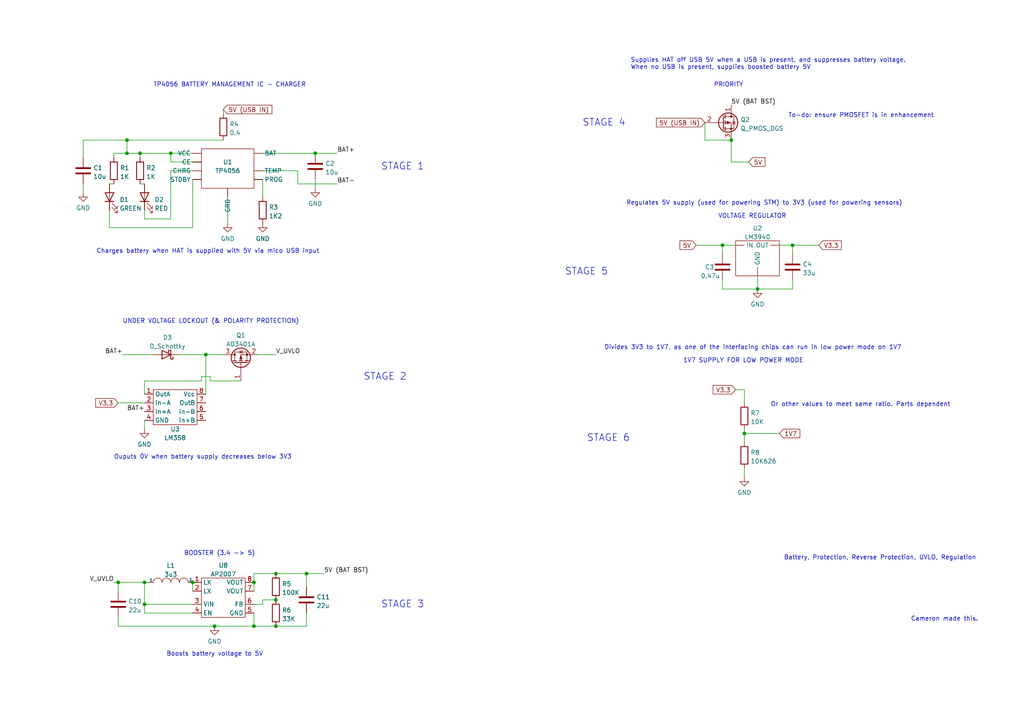
<source format=kicad_sch>
(kicad_sch (version 20211123) (generator eeschema)
  (paper "A4")
  (title_block (title "Power Subsystem") (date "2022-03-11") (rev "V0.3") (company "UCT") (comment 1 "Author: WLSCAM007"))
  (lib_symbols
    (symbol "000_MY_SYMBOLS:AP2007"
      (property "Reference" "U" (at 0 6.35 0))
      (property "Value" "AP2007" (at 0 8.89 0))
      (symbol "AP2007_0_1"
        (rectangle (start -6.35 5.08) (end 6.35 -6.35) (stroke (width 0.1524)))
      )
      (symbol "AP2007_1_1"
        (pin input line (at -8.89 3.81 0) (length 2.54) (name "LX") (number "1"))
        (pin input line (at -8.89 1.27 0) (length 2.54) (name "LX") (number "2"))
        (pin input line (at -8.89 -2.54 0) (length 2.54) (name "VIN") (number "3"))
        (pin input line (at -8.89 -5.08 0) (length 2.54) (name "EN") (number "4"))
        (pin output line (at 8.89 -5.08 180) (length 2.54) (name "GND") (number "5"))
        (pin input line (at 8.89 -2.54 180) (length 2.54) (name "FB") (number "6"))
        (pin input line (at 8.89 1.27 180) (length 2.54) (name "VOUT") (number "7"))
        (pin input line (at 8.89 3.81 180) (length 2.54) (name "VOUT") (number "8"))
      )
    )
    (symbol "000_MY_SYMBOLS:LM358"
      (property "Reference" "U" (at 0 5.08 0))
      (property "Value" "LM358" (at 0 -7.62 0))
      (symbol "LM358_0_1"
        (rectangle (start -6.35 3.81) (end 6.35 -6.35) (stroke (width 0.1524)))
      )
      (symbol "LM358_1_1"
        (pin output line (at -8.89 2.54 0) (length 2.54) (name "OutA") (number "1"))
        (pin input line (at -8.89 0 0) (length 2.54) (name "in-A") (number "2"))
        (pin input line (at -8.89 -2.54 0) (length 2.54) (name "in+A") (number "3"))
        (pin output line (at -8.89 -5.08 0) (length 2.54) (name "GND") (number "4"))
        (pin input line (at 8.89 -5.08 180) (length 2.54) (name "in+B") (number "5"))
        (pin input line (at 8.89 -2.54 180) (length 2.54) (name "in-B") (number "6"))
        (pin output line (at 8.89 0 180) (length 2.54) (name "OutB") (number "7"))
        (pin input line (at 8.89 2.54 180) (length 2.54) (name "Vcc") (number "8"))
      )
    )
    (symbol "000_MY_SYMBOLS:LM3940"
      (property "Reference" "U" (at 0 2.54 0))
      (property "Value" "LM3940" (at 0 5.08 0))
      (symbol "LM3940_0_1"
        (rectangle (start -6.35 1.27) (end 6.35 -8.89) (stroke (width 0.1524)))
      )
      (symbol "LM3940_1_1"
        (pin output line (at 0 -8.89 90) (length 2.54) (name "GND") (number ""))
        (pin input line (at -6.35 0 0) (length 2.54) (name "IN") (number ""))
        (pin output line (at 6.35 0 180) (length 2.54) (name "OUT") (number ""))
      )
    )
    (symbol "000_MY_SYMBOLS:TP4056"
      (property "Reference" "U" (at 0 1.27 0))
      (property "Value" "TP4056" (at 0 -1.27 0))
      (symbol "TP4056_0_1"
        (rectangle (start -7.62 5.08) (end 7.62 -6.35) (stroke (width 0.1524)))
      )
      (symbol "TP4056_1_1"
        (pin free line (at 7.62 3.81 0) (length 2.54) (name "BAT") (number ""))
        (pin free line (at -7.62 1.27 180) (length 2.54) (name "CE") (number ""))
        (pin free line (at -7.62 -1.27 180) (length 2.54) (name "CHRG") (number ""))
        (pin free line (at 0 -6.35 270) (length 2.54) (name "GRD") (number ""))
        (pin free line (at 7.62 -3.81 0) (length 2.54) (name "PROG") (number ""))
        (pin free line (at -7.62 -3.81 180) (length 2.54) (name "STDBY") (number ""))
        (pin free line (at 7.62 -1.27 0) (length 2.54) (name "TEMP") (number ""))
        (pin free line (at -7.62 3.81 180) (length 2.54) (name "VCC") (number ""))
      )
    )
    (symbol "Device:C" (pin_numbers hide) (pin_names (offset 0.254))
      (property "Reference" "C" (at 0.635 2.54 0))
      (property "Value" "C" (at 0.635 -2.54 0))
      (symbol "C_0_1"
        (polyline (pts (xy -2.032 -0.762) (xy 2.032 -0.762)) (stroke (width 0.508)))
        (polyline (pts (xy -2.032 0.762) (xy 2.032 0.762)) (stroke (width 0.508)))
      )
      (symbol "C_1_1"
        (pin passive line (at 0 3.81 270) (length 2.794) (name "~") (number "1"))
        (pin passive line (at 0 -3.81 90) (length 2.794) (name "~") (number "2"))
      )
    )
    (symbol "Device:D_Schottky" (pin_numbers hide) (pin_names (offset 1.016) hide)
      (property "Reference" "D" (at 0 2.54 0))
      (property "Value" "D_Schottky" (at 0 -2.54 0))
      (symbol "D_Schottky_0_1"
        (polyline (pts (xy 1.27 0) (xy -1.27 0)))
        (polyline (pts (xy 1.27 1.27) (xy 1.27 -1.27) (xy -1.27 0) (xy 1.27 1.27)) (stroke (width 0.254)))
        (polyline (pts (xy -1.905 0.635) (xy -1.905 1.27) (xy -1.27 1.27) (xy -1.27 -1.27) (xy -0.635 -1.27) (xy -0.635 -0.635)) (stroke (width 0.254)))
      )
      (symbol "D_Schottky_1_1"
        (pin passive line (at -3.81 0 0) (length 2.54) (name "K") (number "1"))
        (pin passive line (at 3.81 0 180) (length 2.54) (name "A") (number "2"))
      )
    )
    (symbol "Device:LED" (pin_numbers hide) (pin_names (offset 1.016) hide)
      (property "Reference" "D" (at 0 2.54 0))
      (property "Value" "LED" (at 0 -2.54 0))
      (symbol "LED_0_1"
        (polyline (pts (xy -1.27 -1.27) (xy -1.27 1.27)) (stroke (width 0.254)))
        (polyline (pts (xy -1.27 0) (xy 1.27 0)))
        (polyline (pts (xy 1.27 -1.27) (xy 1.27 1.27) (xy -1.27 0) (xy 1.27 -1.27)) (stroke (width 0.254)))
        (polyline (pts (xy -3.048 -0.762) (xy -4.572 -2.286) (xy -3.81 -2.286) (xy -4.572 -2.286) (xy -4.572 -1.524)))
        (polyline (pts (xy -1.778 -0.762) (xy -3.302 -2.286) (xy -2.54 -2.286) (xy -3.302 -2.286) (xy -3.302 -1.524)))
      )
      (symbol "LED_1_1"
        (pin passive line (at -3.81 0 0) (length 2.54) (name "K") (number "1"))
        (pin passive line (at 3.81 0 180) (length 2.54) (name "A") (number "2"))
      )
    )
    (symbol "Device:Q_PMOS_DGS" (pin_names (offset 0) hide)
      (property "Reference" "Q" (at 5.08 1.27 0))
      (property "Value" "Q_PMOS_DGS" (at 5.08 -1.27 0))
      (symbol "Q_PMOS_DGS_0_1"
        (polyline (pts (xy 0.254 0) (xy -2.54 0)))
        (polyline (pts (xy 0.254 1.905) (xy 0.254 -1.905)) (stroke (width 0.254)))
        (polyline (pts (xy 0.762 -1.27) (xy 0.762 -2.286)) (stroke (width 0.254)))
        (polyline (pts (xy 0.762 0.508) (xy 0.762 -0.508)) (stroke (width 0.254)))
        (polyline (pts (xy 0.762 2.286) (xy 0.762 1.27)) (stroke (width 0.254)))
        (polyline (pts (xy 2.54 2.54) (xy 2.54 1.778)))
        (polyline (pts (xy 2.54 -2.54) (xy 2.54 0) (xy 0.762 0)))
        (polyline (pts (xy 0.762 1.778) (xy 3.302 1.778) (xy 3.302 -1.778) (xy 0.762 -1.778)))
        (polyline (pts (xy 2.286 0) (xy 1.27 0.381) (xy 1.27 -0.381) (xy 2.286 0)) (fill (type outline)))
        (polyline (pts (xy 2.794 -0.508) (xy 2.921 -0.381) (xy 3.683 -0.381) (xy 3.81 -0.254)))
        (polyline (pts (xy 3.302 -0.381) (xy 2.921 0.254) (xy 3.683 0.254) (xy 3.302 -0.381)))
        (circle (center 1.651 0) (radius 2.794) (stroke (width 0.254)))
        (circle (center 2.54 -1.778) (radius 0.254) (fill (type outline)))
        (circle (center 2.54 1.778) (radius 0.254) (fill (type outline)))
      )
      (symbol "Q_PMOS_DGS_1_1"
        (pin passive line (at 2.54 5.08 270) (length 2.54) (name "D") (number "1"))
        (pin input line (at -5.08 0 0) (length 2.54) (name "G") (number "2"))
        (pin passive line (at 2.54 -5.08 90) (length 2.54) (name "S") (number "3"))
      )
    )
    (symbol "Device:R" (pin_numbers hide) (pin_names (offset 0))
      (property "Reference" "R" (at 2.032 0 90))
      (property "Value" "R" (at 0 0 90))
      (symbol "R_0_1"
        (rectangle (start -1.016 -2.54) (end 1.016 2.54) (stroke (width 0.254)))
      )
      (symbol "R_1_1"
        (pin passive line (at 0 3.81 270) (length 1.27) (name "~") (number "1"))
        (pin passive line (at 0 -3.81 90) (length 1.27) (name "~") (number "2"))
      )
    )
    (symbol "Transistor_FET:AO3401A" (pin_names hide)
      (property "Reference" "Q" (at 5.08 1.905 0))
      (property "Value" "AO3401A" (at 5.08 0 0))
      (symbol "AO3401A_0_1"
        (polyline (pts (xy 0.254 0) (xy -2.54 0)))
        (polyline (pts (xy 0.254 1.905) (xy 0.254 -1.905)) (stroke (width 0.254)))
        (polyline (pts (xy 0.762 -1.27) (xy 0.762 -2.286)) (stroke (width 0.254)))
        (polyline (pts (xy 0.762 0.508) (xy 0.762 -0.508)) (stroke (width 0.254)))
        (polyline (pts (xy 0.762 2.286) (xy 0.762 1.27)) (stroke (width 0.254)))
        (polyline (pts (xy 2.54 2.54) (xy 2.54 1.778)))
        (polyline (pts (xy 2.54 -2.54) (xy 2.54 0) (xy 0.762 0)))
        (polyline (pts (xy 0.762 1.778) (xy 3.302 1.778) (xy 3.302 -1.778) (xy 0.762 -1.778)))
        (polyline (pts (xy 2.286 0) (xy 1.27 0.381) (xy 1.27 -0.381) (xy 2.286 0)) (fill (type outline)))
        (polyline (pts (xy 2.794 -0.508) (xy 2.921 -0.381) (xy 3.683 -0.381) (xy 3.81 -0.254)))
        (polyline (pts (xy 3.302 -0.381) (xy 2.921 0.254) (xy 3.683 0.254) (xy 3.302 -0.381)))
        (circle (center 1.651 0) (radius 2.794) (stroke (width 0.254)))
        (circle (center 2.54 -1.778) (radius 0.254) (fill (type outline)))
        (circle (center 2.54 1.778) (radius 0.254) (fill (type outline)))
      )
      (symbol "AO3401A_1_1"
        (pin input line (at -5.08 0 0) (length 2.54) (name "G") (number "1"))
        (pin passive line (at 2.54 -5.08 90) (length 2.54) (name "S") (number "2"))
        (pin passive line (at 2.54 5.08 270) (length 2.54) (name "D") (number "3"))
      )
    )
    (symbol "power:GND" (power) (pin_names (offset 0))
      (property "Value" "GND" (at 0 -3.81 0))
      (symbol "GND_0_1"
        (polyline (pts (xy 0 0) (xy 0 -1.27) (xy 1.27 -1.27) (xy 0 -2.54) (xy -1.27 -1.27) (xy 0 -1.27)))
      )
      (symbol "GND_1_1"
        (pin power_in line (at 0 0 270) (length 0) hide (name "GND") (number "1"))
      )
    )
    (symbol "pspice:INDUCTOR" (pin_numbers hide) (pin_names (offset 0))
      (property "Reference" "L" (at 0 2.54 0))
      (property "Value" "INDUCTOR" (at 0 -1.27 0))
      (symbol "INDUCTOR_0_1"
        (arc (start -2.54 0) (mid -3.81 1.27) (end -5.08 0))
        (arc (start 0 0) (mid -1.27 1.27) (end -2.54 0))
        (arc (start 2.54 0) (mid 1.27 1.27) (end 0 0))
        (arc (start 5.08 0) (mid 3.81 1.27) (end 2.54 0))
      )
      (symbol "INDUCTOR_1_1"
        (pin input line (at -6.35 0 0) (length 1.27) (name "1") (number "1"))
        (pin input line (at 6.35 0 180) (length 1.27) (name "2") (number "2"))
      )
    )
  )
  (junction (at 55.88 168.91))
  (junction (at 219.71 83.82))
  (junction (at 91.44 44.45))
  (junction (at 73.66 168.91))
  (junction (at 41.91 168.91))
  (junction (at 62.23 181.61))
  (junction (at 40.64 44.45))
  (junction (at 59.69 102.87))
  (junction (at 88.9 166.37))
  (junction (at 80.01 181.61))
  (junction (at 34.29 168.91))
  (junction (at 80.01 173.99))
  (junction (at 212.09 40.64))
  (junction (at 36.83 40.64))
  (junction (at 49.53 44.45))
  (junction (at 229.87 71.12))
  (junction (at 36.83 44.45))
  (junction (at 41.91 175.26))
  (junction (at 73.66 181.61))
  (junction (at 215.9 125.73))
  (junction (at 80.01 166.37))
  (junction (at 209.55 71.12))
  (wire (pts (xy 33.02 168.91) (xy 34.29 168.91)))
  (wire (pts (xy 36.83 44.45) (xy 33.02 44.45)))
  (wire (pts (xy 31.75 66.04) (xy 55.88 66.04)))
  (wire (pts (xy 80.01 166.37) (xy 88.9 166.37)))
  (wire (pts (xy 212.09 40.64) (xy 212.09 46.99)))
  (wire (pts (xy 229.87 81.28) (xy 229.87 83.82)))
  (wire (pts (xy 73.66 177.8) (xy 73.66 181.61)))
  (wire (pts (xy 91.44 54.61) (xy 91.44 52.07)))
  (wire (pts (xy 41.91 114.3) (xy 41.91 110.49)))
  (wire (pts (xy 215.9 124.46) (xy 215.9 125.73)))
  (wire (pts (xy 24.13 40.64) (xy 24.13 45.72)))
  (wire (pts (xy 215.9 125.73) (xy 226.06 125.73)))
  (wire (pts (xy 24.13 40.64) (xy 36.83 40.64)))
  (wire (pts (xy 36.83 44.45) (xy 40.64 44.45)))
  (wire (pts (xy 24.13 53.34) (xy 24.13 55.88)))
  (wire (pts (xy 88.9 166.37) (xy 88.9 170.18)))
  (wire (pts (xy 55.88 52.07) (xy 58.42 52.07)))
  (wire (pts (xy 41.91 175.26) (xy 55.88 175.26)))
  (wire (pts (xy 49.53 46.99) (xy 49.53 44.45)))
  (wire (pts (xy 201.93 71.12) (xy 209.55 71.12)))
  (wire (pts (xy 76.2 175.26) (xy 73.66 175.26)))
  (wire (pts (xy 41.91 175.26) (xy 41.91 177.8)))
  (wire (pts (xy 41.91 168.91) (xy 43.18 168.91)))
  (wire (pts (xy 34.29 168.91) (xy 34.29 171.45)))
  (wire (pts (xy 213.36 113.03) (xy 215.9 113.03)))
  (wire (pts (xy 41.91 60.96) (xy 41.91 63.5)))
  (wire (pts (xy 204.47 40.64) (xy 212.09 40.64)))
  (wire (pts (xy 80.01 173.99) (xy 76.2 173.99)))
  (wire (pts (xy 41.91 63.5) (xy 49.53 63.5)))
  (wire (pts (xy 91.44 44.45) (xy 97.79 44.45)))
  (wire (pts (xy 204.47 35.56) (xy 204.47 40.64)))
  (wire (pts (xy 33.02 44.45) (xy 33.02 45.72)))
  (wire (pts (xy 55.88 52.07) (xy 55.88 66.04)))
  (wire (pts (xy 229.87 71.12) (xy 229.87 73.66)))
  (wire (pts (xy 34.29 179.07) (xy 34.29 181.61)))
  (wire (pts (xy 41.91 168.91) (xy 41.91 175.26)))
  (wire (pts (xy 73.66 181.61) (xy 80.01 181.61)))
  (wire (pts (xy 209.55 81.28) (xy 209.55 83.82)))
  (wire (pts (xy 49.53 46.99) (xy 58.42 46.99)))
  (wire (pts (xy 226.06 71.12) (xy 229.87 71.12)))
  (wire (pts (xy 41.91 121.92) (xy 41.91 124.46)))
  (wire (pts (xy 229.87 71.12) (xy 237.49 71.12)))
  (wire (pts (xy 41.91 110.49) (xy 58.42 110.49)))
  (wire (pts (xy 209.55 71.12) (xy 213.36 71.12)))
  (wire (pts (xy 60.96 110.49) (xy 69.85 110.49)))
  (wire (pts (xy 40.64 44.45) (xy 40.64 45.72)))
  (wire (pts (xy 76.2 173.99) (xy 76.2 175.26)))
  (wire (pts (xy 40.64 44.45) (xy 49.53 44.45)))
  (wire (pts (xy 212.09 46.99) (xy 217.17 46.99)))
  (wire (pts (xy 219.71 80.01) (xy 219.71 83.82)))
  (wire (pts (xy 34.29 181.61) (xy 62.23 181.61)))
  (wire (pts (xy 58.42 110.49) (xy 58.42 109.22)))
  (wire (pts (xy 62.23 181.61) (xy 73.66 181.61)))
  (wire (pts (xy 73.66 49.53) (xy 86.36 49.53)))
  (wire (pts (xy 215.9 113.03) (xy 215.9 116.84)))
  (wire (pts (xy 74.93 102.87) (xy 80.01 102.87)))
  (wire (pts (xy 59.69 102.87) (xy 59.69 114.3)))
  (wire (pts (xy 73.66 166.37) (xy 80.01 166.37)))
  (wire (pts (xy 49.53 44.45) (xy 58.42 44.45)))
  (wire (pts (xy 64.77 31.75) (xy 64.77 33.02)))
  (wire (pts (xy 60.96 109.22) (xy 60.96 110.49)))
  (wire (pts (xy 31.75 53.34) (xy 33.02 53.34)))
  (wire (pts (xy 73.66 52.07) (xy 76.2 52.07)))
  (wire (pts (xy 49.53 63.5) (xy 49.53 49.53)))
  (wire (pts (xy 34.29 168.91) (xy 41.91 168.91)))
  (wire (pts (xy 76.2 52.07) (xy 76.2 57.15)))
  (wire (pts (xy 73.66 168.91) (xy 73.66 171.45)))
  (wire (pts (xy 58.42 109.22) (xy 60.96 109.22)))
  (wire (pts (xy 49.53 49.53) (xy 58.42 49.53)))
  (wire (pts (xy 35.56 102.87) (xy 44.45 102.87)))
  (wire (pts (xy 41.91 177.8) (xy 55.88 177.8)))
  (wire (pts (xy 34.29 116.84) (xy 41.91 116.84)))
  (wire (pts (xy 80.01 181.61) (xy 88.9 181.61)))
  (wire (pts (xy 36.83 40.64) (xy 64.77 40.64)))
  (wire (pts (xy 86.36 53.34) (xy 97.79 53.34)))
  (wire (pts (xy 31.75 60.96) (xy 31.75 66.04)))
  (wire (pts (xy 209.55 83.82) (xy 219.71 83.82)))
  (wire (pts (xy 88.9 166.37) (xy 93.98 166.37)))
  (wire (pts (xy 209.55 71.12) (xy 209.55 73.66)))
  (wire (pts (xy 86.36 49.53) (xy 86.36 53.34)))
  (wire (pts (xy 40.64 53.34) (xy 41.91 53.34)))
  (wire (pts (xy 59.69 102.87) (xy 64.77 102.87)))
  (wire (pts (xy 219.71 83.82) (xy 229.87 83.82)))
  (wire (pts (xy 73.66 168.91) (xy 73.66 166.37)))
  (wire (pts (xy 88.9 177.8) (xy 88.9 181.61)))
  (wire (pts (xy 215.9 135.89) (xy 215.9 138.43)))
  (wire (pts (xy 52.07 102.87) (xy 59.69 102.87)))
  (wire (pts (xy 215.9 125.73) (xy 215.9 128.27)))
  (wire (pts (xy 55.88 168.91) (xy 55.88 171.45)))
  (wire (pts (xy 73.66 44.45) (xy 91.44 44.45)))
  (wire (pts (xy 36.83 40.64) (xy 36.83 44.45)))
  (wire (pts (xy 66.04 54.61) (xy 66.04 64.77)))
  (text "STAGE 4" (at 168.91 36.83 0) (effects (font (size 2 2)) (justify left bottom)))
  (text "To-do: ensure PMOSFET is in enhancement" (at 228.6 34.29 0) (effects (font (size 1.27 1.27)) (justify left bottom)))
  (text "Or other values to meet same ratio. Parts dependent" (at 223.52 118.11 0) (effects (font (size 1.27 1.27)) (justify left bottom)))
  (text "Divides 3V3 to 1V7, as one of the interfacing chips can run in low power mode on 1V7" (at 175.26 101.6 0) (effects (font (size 1.27 1.27)) (justify left bottom)))
  (text "STAGE 6" (at 170.18 128.27 0) (effects (font (size 2 2)) (justify left bottom)))
  (text "BOOSTER (3.4 -> 5)" (at 53.34 161.29 0) (effects (font (size 1.27 1.27)) (justify left bottom)))
  (text "Boosts battery voltage to 5V" (at 48.26 190.5 0) (effects (font (size 1.27 1.27)) (justify left bottom)))
  (text "Charges battery when HAT is supplied with 5V via mico USB input" (at 27.94 73.66 0) (effects (font (size 1.27 1.27)) (justify left bottom)))
  (text "STAGE 3" (at 110.49 176.53 0) (effects (font (size 2 2)) (justify left bottom)))
  (text "STAGE 1" (at 110.49 49.53 0) (effects (font (size 2 2)) (justify left bottom)))
  (text "1V7 SUPPLY FOR LOW POWER MODE" (at 198.12 105.41 0) (effects (font (size 1.27 1.27)) (justify left bottom)))
  (text "Ouputs 0V when battery supply decreases below 3V3" (at 33.02 133.35 0) (effects (font (size 1.27 1.27)) (justify left bottom)))
  (text "TP4056 BATTERY MANAGEMENT IC - CHARGER" (at 44.45 25.4 0) (effects (font (size 1.27 1.27)) (justify left bottom)))
  (text "UNDER VOLTAGE LOCKOUT (& POLARITY PROTECTION)" (at 35.56 93.98 0) (effects (font (size 1.27 1.27)) (justify left bottom)))
  (text "Battery, Protection, Reverse Protection, UVLO, Regulation" (at 227.33 162.56 0) (effects (font (size 1.27 1.27)) (justify left bottom)))
  (text "PRIORITY" (at 207.01 25.4 0) (effects (font (size 1.27 1.27)) (justify left bottom)))
  (text "VOLTAGE REGULATOR" (at 208.28 63.5 0) (effects (font (size 1.27 1.27)) (justify left bottom)))
  (text "Regulates 5V supply (used for powering STM) to 3V3 (used for powering sensors)" (at 181.61 59.69 0) (effects (font (size 1.27 1.27)) (justify left bottom)))
  (text "Supplies HAT off USB 5V when a USB is present, and suppresses battery voltage.\nWhen no USB is present, supplies boosted battery 5V" (at 182.88 20.32 0) (effects (font (size 1.27 1.27)) (justify left bottom)))
  (text "Cameron made this." (at 264.16 180.34 0) (effects (font (size 1.27 1.27)) (justify left bottom)))
  (text "STAGE 2" (at 105.41 110.49 0) (effects (font (size 2 2)) (justify left bottom)))
  (text "STAGE 5" (at 163.83 80.01 0) (effects (font (size 2 2)) (justify left bottom)))
  (label "V_UVLO" (at 33.02 168.91 180))
  (label "5V (BAT BST)" (at 93.98 166.37 0))
  (label "BAT+" (at 35.56 102.87 180))
  (label "BAT+" (at 41.91 119.38 180))
  (label "BAT-" (at 97.79 53.34 0))
  (label "BAT+" (at 97.79 44.45 0))
  (label "V_UVLO" (at 80.01 102.87 0))
  (label "5V (BAT BST)" (at 212.09 30.48 0))
  (global_label "5V" (shape input) (at 217.17 46.99 0) (property "Intersheet References" "${INTERSHEET_REFS}" (effects hide)))
  (global_label "5V" (shape input) (at 201.93 71.12 180) (property "Intersheet References" "${INTERSHEET_REFS}" (effects hide)))
  (global_label "1V7" (shape input) (at 226.06 125.73 0) (property "Intersheet References" "${INTERSHEET_REFS}" (effects hide)))
  (global_label "V3.3" (shape input) (at 237.49 71.12 0) (property "Intersheet References" "${INTERSHEET_REFS}" (effects hide)))
  (global_label "5V (USB IN)" (shape input) (at 204.47 35.56 180) (property "Intersheet References" "${INTERSHEET_REFS}" (effects hide)))
  (global_label "V3.3" (shape input) (at 34.29 116.84 180) (property "Intersheet References" "${INTERSHEET_REFS}" (effects hide)))
  (global_label "V3.3" (shape input) (at 213.36 113.03 180) (property "Intersheet References" "${INTERSHEET_REFS}" (effects hide)))
  (global_label "5V (USB IN)" (shape input) (at 64.77 31.75 0) (property "Intersheet References" "${INTERSHEET_REFS}" (effects hide)))
  (symbol (lib_id "000_MY_SYMBOLS:TP4056") (at 66.04 48.26 0) (unit 1)
    (property "Reference" "U1" (at 66.04 46.99 0))
    (property "Value" "TP4056" (at 66.04 49.53 0))
  )
  (symbol (lib_id "Device:C") (at 91.44 48.26 0) (unit 1)
    (property "Reference" "C2" (at 94.361 47.4253 0) (effects (justify left)))
    (property "Value" "10u" (at 94.361 49.9622 0) (effects (justify left)))
  )
  (symbol (lib_id "Device:Q_PMOS_DGS") (at 209.55 35.56 0) (unit 1)
    (property "Reference" "Q2" (at 214.757 34.7253 0) (effects (justify left)))
    (property "Value" "Q_PMOS_DGS" (at 214.757 37.2622 0) (effects (justify left)))
  )
  (symbol (lib_id "Device:LED") (at 31.75 57.15 90) (unit 1)
    (property "Reference" "D1" (at 34.671 57.9028 90) (effects (justify right)))
    (property "Value" "GREEN" (at 34.671 60.4397 90) (effects (justify right)))
  )
  (symbol (lib_id "power:GND") (at 24.13 55.88 0) (unit 1)
    (property "Reference" "#PWR0103" (effects hide))
    (property "Value" "GND" (at 24.13 60.3234 0))
  )
  (symbol (lib_id "Transistor_FET:AO3401A") (at 69.85 105.41 90) (unit 1)
    (property "Reference" "Q1" (at 69.85 97.2652 90))
    (property "Value" "AO3401A" (at 69.85 99.8021 90))
    (property "Footprint" "Package_TO_SOT_SMD:SOT-23" (effects hide))
    (property "Datasheet" "http://www.aosmd.com/pdfs/datasheet/AO3401A.pdf" (effects hide))
  )
  (symbol (lib_id "Device:LED") (at 41.91 57.15 90) (unit 1)
    (property "Reference" "D2" (at 44.831 57.9028 90) (effects (justify right)))
    (property "Value" "RED" (at 44.831 60.4397 90) (effects (justify right)))
  )
  (symbol (lib_id "Device:R") (at 215.9 132.08 0) (unit 1)
    (property "Reference" "R8" (at 217.678 131.2453 0) (effects (justify left)))
    (property "Value" "10K626" (at 217.678 133.7822 0) (effects (justify left)))
  )
  (symbol (lib_id "power:GND") (at 215.9 138.43 0) (unit 1)
    (property "Reference" "#PWR023" (effects hide))
    (property "Value" "GND" (at 215.9 142.8734 0))
  )
  (symbol (lib_id "power:GND") (at 66.04 64.77 0) (unit 1)
    (property "Reference" "#PWR0102" (effects hide))
    (property "Value" "GND" (at 66.04 69.2134 0))
  )
  (symbol (lib_id "Device:R") (at 33.02 49.53 0) (unit 1)
    (property "Reference" "R1" (at 34.798 48.6953 0) (effects (justify left)))
    (property "Value" "1K" (at 34.798 51.2322 0) (effects (justify left)))
  )
  (symbol (lib_id "power:GND") (at 62.23 181.61 0) (unit 1)
    (property "Reference" "#PWR022" (effects hide))
    (property "Value" "GND" (at 62.23 186.0534 0))
  )
  (symbol (lib_id "Device:D_Schottky") (at 48.26 102.87 180) (unit 1)
    (property "Reference" "D3" (at 48.5775 97.9002 0))
    (property "Value" "D_Schottky" (at 48.5775 100.4371 0))
  )
  (symbol (lib_id "Device:R") (at 64.77 36.83 0) (unit 1)
    (property "Reference" "R4" (at 66.548 35.9953 0) (effects (justify left)))
    (property "Value" "0.4" (at 66.548 38.5322 0) (effects (justify left)))
  )
  (symbol (lib_id "Device:C") (at 209.55 77.47 0) (unit 1)
    (property "Reference" "C3" (at 204.47 77.47 0) (effects (justify left)))
    (property "Value" "0.47u" (at 203.2 80.01 0) (effects (justify left)))
  )
  (symbol (lib_id "Device:C") (at 24.13 49.53 0) (unit 1)
    (property "Reference" "C1" (at 27.051 48.6953 0) (effects (justify left)))
    (property "Value" "10u" (at 27.051 51.2322 0) (effects (justify left)))
  )
  (symbol (lib_id "Device:C") (at 229.87 77.47 0) (unit 1)
    (property "Reference" "C4" (at 232.791 76.6353 0) (effects (justify left)))
    (property "Value" "33u" (at 232.791 79.1722 0) (effects (justify left)))
  )
  (symbol (lib_id "Device:R") (at 80.01 177.8 0) (unit 1)
    (property "Reference" "R6" (at 81.788 176.9653 0) (effects (justify left)))
    (property "Value" "33K" (at 81.788 179.5022 0) (effects (justify left)))
  )
  (symbol (lib_id "000_MY_SYMBOLS:AP2007") (at 64.77 172.72 0) (unit 1)
    (property "Reference" "U8" (at 64.77 163.991 0))
    (property "Value" "AP2007" (at 64.77 166.5279 0))
  )
  (symbol (lib_id "000_MY_SYMBOLS:LM3940") (at 219.71 71.12 0) (unit 1)
    (property "Reference" "U2" (at 219.71 66.201 0))
    (property "Value" "LM3940" (at 219.71 68.7379 0))
  )
  (symbol (lib_id "000_MY_SYMBOLS:LM358") (at 50.8 116.84 0) (unit 1)
    (property "Reference" "U3" (at 50.8 124.46 0))
    (property "Value" "LM358" (at 50.8 127 0))
  )
  (symbol (lib_id "Device:R") (at 76.2 60.96 0) (unit 1)
    (property "Reference" "R3" (at 77.978 60.1253 0) (effects (justify left)))
    (property "Value" "1K2" (at 77.978 62.6622 0) (effects (justify left)))
  )
  (symbol (lib_id "power:GND") (at 76.2 64.77 0) (unit 1)
    (property "Reference" "#PWR0101" (effects hide))
    (property "Value" "GND" (at 76.2 69.2134 0))
  )
  (symbol (lib_id "pspice:INDUCTOR") (at 49.53 168.91 0) (unit 1)
    (property "Reference" "L1" (at 49.53 164.0672 0))
    (property "Value" "3u3" (at 49.53 166.6041 0))
  )
  (symbol (lib_id "power:GND") (at 219.71 83.82 0) (unit 1)
    (property "Reference" "#PWR0106" (effects hide))
    (property "Value" "GND" (at 219.71 88.2634 0))
  )
  (symbol (lib_id "Device:R") (at 40.64 49.53 0) (unit 1)
    (property "Reference" "R2" (at 42.418 48.6953 0) (effects (justify left)))
    (property "Value" "1K" (at 42.418 51.2322 0) (effects (justify left)))
  )
  (symbol (lib_id "power:GND") (at 41.91 124.46 0) (unit 1)
    (property "Reference" "#PWR021" (effects hide))
    (property "Value" "GND" (at 41.91 128.9034 0))
  )
  (symbol (lib_id "Device:C") (at 88.9 173.99 0) (unit 1)
    (property "Reference" "C11" (at 91.821 173.1553 0) (effects (justify left)))
    (property "Value" "22u" (at 91.821 175.6922 0) (effects (justify left)))
  )
  (symbol (lib_id "power:GND") (at 91.44 54.61 0) (unit 1)
    (property "Reference" "#PWR020" (effects hide))
    (property "Value" "GND" (at 91.44 59.0534 0))
  )
  (symbol (lib_id "Device:R") (at 215.9 120.65 0) (unit 1)
    (property "Reference" "R7" (at 217.678 119.8153 0) (effects (justify left)))
    (property "Value" "10K" (at 217.678 122.3522 0) (effects (justify left)))
  )
  (symbol (lib_id "Device:R") (at 80.01 170.18 0) (unit 1)
    (property "Reference" "R5" (at 81.788 169.3453 0) (effects (justify left)))
    (property "Value" "100K" (at 81.788 171.8822 0) (effects (justify left)))
  )
  (symbol (lib_id "Device:C") (at 34.29 175.26 0) (unit 1)
    (property "Reference" "C10" (at 37.211 174.4253 0) (effects (justify left)))
    (property "Value" "22u" (at 37.211 176.9622 0) (effects (justify left)))
  )
)
</source>
